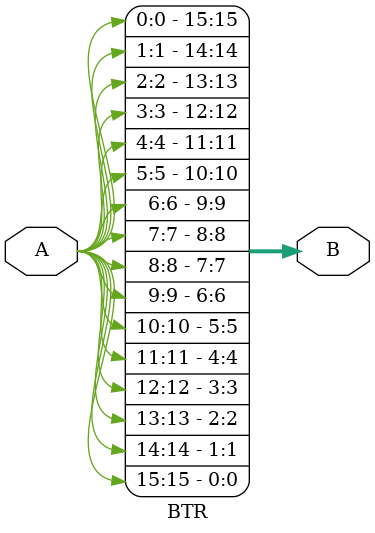
<source format=v>
module BTR(
	//Inputs
	A,
	//outputs
	B
	);

input [15:0] A;
output [15:0] B;

assign B = {A[0],A[1],A[2],A[3],A[4],A[5],A[6],A[7],A[8],A[9],A[10],A[11],A[12],A[13],A[14],A[15]};


endmodule

</source>
